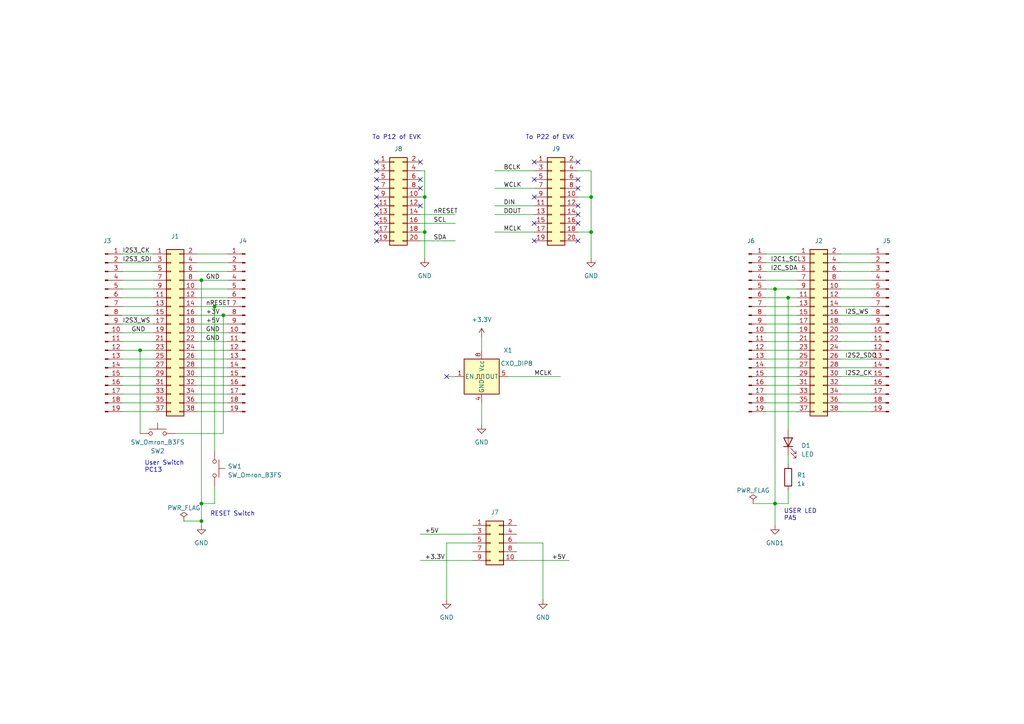
<source format=kicad_sch>
(kicad_sch (version 20230121) (generator eeschema)
  (paper "A4")
  (lib_symbols
    (symbol "Connector:Conn_01x19_Pin" (pin_names (offset 1.016) hide)
      (property "Reference" "J" (at 0 25.4 0))
      (property "Value" "Conn_01x19_Pin" (at 0 -25.4 0))
      (symbol "Conn_01x19_Pin_1_1"
        (polyline (pts (xy 1.27 -22.86) (xy 0.8636 -22.86)) (stroke (width 0.1524)))
        (polyline (pts (xy 1.27 -20.32) (xy 0.8636 -20.32)) (stroke (width 0.1524)))
        (polyline (pts (xy 1.27 -17.78) (xy 0.8636 -17.78)) (stroke (width 0.1524)))
        (polyline (pts (xy 1.27 -15.24) (xy 0.8636 -15.24)) (stroke (width 0.1524)))
        (polyline (pts (xy 1.27 -12.7) (xy 0.8636 -12.7)) (stroke (width 0.1524)))
        (polyline (pts (xy 1.27 -10.16) (xy 0.8636 -10.16)) (stroke (width 0.1524)))
        (polyline (pts (xy 1.27 -7.62) (xy 0.8636 -7.62)) (stroke (width 0.1524)))
        (polyline (pts (xy 1.27 -5.08) (xy 0.8636 -5.08)) (stroke (width 0.1524)))
        (polyline (pts (xy 1.27 -2.54) (xy 0.8636 -2.54)) (stroke (width 0.1524)))
        (polyline (pts (xy 1.27 0) (xy 0.8636 0)) (stroke (width 0.1524)))
        (polyline (pts (xy 1.27 2.54) (xy 0.8636 2.54)) (stroke (width 0.1524)))
        (polyline (pts (xy 1.27 5.08) (xy 0.8636 5.08)) (stroke (width 0.1524)))
        (polyline (pts (xy 1.27 7.62) (xy 0.8636 7.62)) (stroke (width 0.1524)))
        (polyline (pts (xy 1.27 10.16) (xy 0.8636 10.16)) (stroke (width 0.1524)))
        (polyline (pts (xy 1.27 12.7) (xy 0.8636 12.7)) (stroke (width 0.1524)))
        (polyline (pts (xy 1.27 15.24) (xy 0.8636 15.24)) (stroke (width 0.1524)))
        (polyline (pts (xy 1.27 17.78) (xy 0.8636 17.78)) (stroke (width 0.1524)))
        (polyline (pts (xy 1.27 20.32) (xy 0.8636 20.32)) (stroke (width 0.1524)))
        (polyline (pts (xy 1.27 22.86) (xy 0.8636 22.86)) (stroke (width 0.1524)))
        (rectangle (start 0.8636 -22.733) (end 0 -22.987) (stroke (width 0.1524)) (fill (type outline)))
        (rectangle (start 0.8636 -20.193) (end 0 -20.447) (stroke (width 0.1524)) (fill (type outline)))
        (rectangle (start 0.8636 -17.653) (end 0 -17.907) (stroke (width 0.1524)) (fill (type outline)))
        (rectangle (start 0.8636 -15.113) (end 0 -15.367) (stroke (width 0.1524)) (fill (type outline)))
        (rectangle (start 0.8636 -12.573) (end 0 -12.827) (stroke (width 0.1524)) (fill (type outline)))
        (rectangle (start 0.8636 -10.033) (end 0 -10.287) (stroke (width 0.1524)) (fill (type outline)))
        (rectangle (start 0.8636 -7.493) (end 0 -7.747) (stroke (width 0.1524)) (fill (type outline)))
        (rectangle (start 0.8636 -4.953) (end 0 -5.207) (stroke (width 0.1524)) (fill (type outline)))
        (rectangle (start 0.8636 -2.413) (end 0 -2.667) (stroke (width 0.1524)) (fill (type outline)))
        (rectangle (start 0.8636 0.127) (end 0 -0.127) (stroke (width 0.1524)) (fill (type outline)))
        (rectangle (start 0.8636 2.667) (end 0 2.413) (stroke (width 0.1524)) (fill (type outline)))
        (rectangle (start 0.8636 5.207) (end 0 4.953) (stroke (width 0.1524)) (fill (type outline)))
        (rectangle (start 0.8636 7.747) (end 0 7.493) (stroke (width 0.1524)) (fill (type outline)))
        (rectangle (start 0.8636 10.287) (end 0 10.033) (stroke (width 0.1524)) (fill (type outline)))
        (rectangle (start 0.8636 12.827) (end 0 12.573) (stroke (width 0.1524)) (fill (type outline)))
        (rectangle (start 0.8636 15.367) (end 0 15.113) (stroke (width 0.1524)) (fill (type outline)))
        (rectangle (start 0.8636 17.907) (end 0 17.653) (stroke (width 0.1524)) (fill (type outline)))
        (rectangle (start 0.8636 20.447) (end 0 20.193) (stroke (width 0.1524)) (fill (type outline)))
        (rectangle (start 0.8636 22.987) (end 0 22.733) (stroke (width 0.1524)) (fill (type outline)))
        (pin passive line (at 5.08 22.86 180) (length 3.81) (name "Pin_1") (number "1"))
        (pin passive line (at 5.08 0 180) (length 3.81) (name "Pin_10") (number "10"))
        (pin passive line (at 5.08 -2.54 180) (length 3.81) (name "Pin_11") (number "11"))
        (pin passive line (at 5.08 -5.08 180) (length 3.81) (name "Pin_12") (number "12"))
        (pin passive line (at 5.08 -7.62 180) (length 3.81) (name "Pin_13") (number "13"))
        (pin passive line (at 5.08 -10.16 180) (length 3.81) (name "Pin_14") (number "14"))
        (pin passive line (at 5.08 -12.7 180) (length 3.81) (name "Pin_15") (number "15"))
        (pin passive line (at 5.08 -15.24 180) (length 3.81) (name "Pin_16") (number "16"))
        (pin passive line (at 5.08 -17.78 180) (length 3.81) (name "Pin_17") (number "17"))
        (pin passive line (at 5.08 -20.32 180) (length 3.81) (name "Pin_18") (number "18"))
        (pin passive line (at 5.08 -22.86 180) (length 3.81) (name "Pin_19") (number "19"))
        (pin passive line (at 5.08 20.32 180) (length 3.81) (name "Pin_2") (number "2"))
        (pin passive line (at 5.08 17.78 180) (length 3.81) (name "Pin_3") (number "3"))
        (pin passive line (at 5.08 15.24 180) (length 3.81) (name "Pin_4") (number "4"))
        (pin passive line (at 5.08 12.7 180) (length 3.81) (name "Pin_5") (number "5"))
        (pin passive line (at 5.08 10.16 180) (length 3.81) (name "Pin_6") (number "6"))
        (pin passive line (at 5.08 7.62 180) (length 3.81) (name "Pin_7") (number "7"))
        (pin passive line (at 5.08 5.08 180) (length 3.81) (name "Pin_8") (number "8"))
        (pin passive line (at 5.08 2.54 180) (length 3.81) (name "Pin_9") (number "9"))
      )
    )
    (symbol "Connector_Generic:Conn_02x05_Odd_Even" (pin_names (offset 1.016) hide)
      (property "Reference" "J" (at 1.27 7.62 0))
      (property "Value" "Conn_02x05_Odd_Even" (at 1.27 -7.62 0))
      (symbol "Conn_02x05_Odd_Even_1_1"
        (rectangle (start -1.27 -4.953) (end 0 -5.207) (stroke (width 0.1524)))
        (rectangle (start -1.27 -2.413) (end 0 -2.667) (stroke (width 0.1524)))
        (rectangle (start -1.27 0.127) (end 0 -0.127) (stroke (width 0.1524)))
        (rectangle (start -1.27 2.667) (end 0 2.413) (stroke (width 0.1524)))
        (rectangle (start -1.27 5.207) (end 0 4.953) (stroke (width 0.1524)))
        (rectangle (start -1.27 6.35) (end 3.81 -6.35) (stroke (width 0.254)) (fill (type background)))
        (rectangle (start 3.81 -4.953) (end 2.54 -5.207) (stroke (width 0.1524)))
        (rectangle (start 3.81 -2.413) (end 2.54 -2.667) (stroke (width 0.1524)))
        (rectangle (start 3.81 0.127) (end 2.54 -0.127) (stroke (width 0.1524)))
        (rectangle (start 3.81 2.667) (end 2.54 2.413) (stroke (width 0.1524)))
        (rectangle (start 3.81 5.207) (end 2.54 4.953) (stroke (width 0.1524)))
        (pin passive line (at -5.08 5.08 0) (length 3.81) (name "Pin_1") (number "1"))
        (pin passive line (at 7.62 -5.08 180) (length 3.81) (name "Pin_10") (number "10"))
        (pin passive line (at 7.62 5.08 180) (length 3.81) (name "Pin_2") (number "2"))
        (pin passive line (at -5.08 2.54 0) (length 3.81) (name "Pin_3") (number "3"))
        (pin passive line (at 7.62 2.54 180) (length 3.81) (name "Pin_4") (number "4"))
        (pin passive line (at -5.08 0 0) (length 3.81) (name "Pin_5") (number "5"))
        (pin passive line (at 7.62 0 180) (length 3.81) (name "Pin_6") (number "6"))
        (pin passive line (at -5.08 -2.54 0) (length 3.81) (name "Pin_7") (number "7"))
        (pin passive line (at 7.62 -2.54 180) (length 3.81) (name "Pin_8") (number "8"))
        (pin passive line (at -5.08 -5.08 0) (length 3.81) (name "Pin_9") (number "9"))
      )
    )
    (symbol "Connector_Generic:Conn_02x10_Odd_Even" (pin_names (offset 1.016) hide)
      (property "Reference" "J" (at 1.27 12.7 0))
      (property "Value" "Conn_02x10_Odd_Even" (at 1.27 -15.24 0))
      (symbol "Conn_02x10_Odd_Even_1_1"
        (rectangle (start -1.27 -12.573) (end 0 -12.827) (stroke (width 0.1524)))
        (rectangle (start -1.27 -10.033) (end 0 -10.287) (stroke (width 0.1524)))
        (rectangle (start -1.27 -7.493) (end 0 -7.747) (stroke (width 0.1524)))
        (rectangle (start -1.27 -4.953) (end 0 -5.207) (stroke (width 0.1524)))
        (rectangle (start -1.27 -2.413) (end 0 -2.667) (stroke (width 0.1524)))
        (rectangle (start -1.27 0.127) (end 0 -0.127) (stroke (width 0.1524)))
        (rectangle (start -1.27 2.667) (end 0 2.413) (stroke (width 0.1524)))
        (rectangle (start -1.27 5.207) (end 0 4.953) (stroke (width 0.1524)))
        (rectangle (start -1.27 7.747) (end 0 7.493) (stroke (width 0.1524)))
        (rectangle (start -1.27 10.287) (end 0 10.033) (stroke (width 0.1524)))
        (rectangle (start -1.27 11.43) (end 3.81 -13.97) (stroke (width 0.254)) (fill (type background)))
        (rectangle (start 3.81 -12.573) (end 2.54 -12.827) (stroke (width 0.1524)))
        (rectangle (start 3.81 -10.033) (end 2.54 -10.287) (stroke (width 0.1524)))
        (rectangle (start 3.81 -7.493) (end 2.54 -7.747) (stroke (width 0.1524)))
        (rectangle (start 3.81 -4.953) (end 2.54 -5.207) (stroke (width 0.1524)))
        (rectangle (start 3.81 -2.413) (end 2.54 -2.667) (stroke (width 0.1524)))
        (rectangle (start 3.81 0.127) (end 2.54 -0.127) (stroke (width 0.1524)))
        (rectangle (start 3.81 2.667) (end 2.54 2.413) (stroke (width 0.1524)))
        (rectangle (start 3.81 5.207) (end 2.54 4.953) (stroke (width 0.1524)))
        (rectangle (start 3.81 7.747) (end 2.54 7.493) (stroke (width 0.1524)))
        (rectangle (start 3.81 10.287) (end 2.54 10.033) (stroke (width 0.1524)))
        (pin passive line (at -5.08 10.16 0) (length 3.81) (name "Pin_1") (number "1"))
        (pin passive line (at 7.62 0 180) (length 3.81) (name "Pin_10") (number "10"))
        (pin passive line (at -5.08 -2.54 0) (length 3.81) (name "Pin_11") (number "11"))
        (pin passive line (at 7.62 -2.54 180) (length 3.81) (name "Pin_12") (number "12"))
        (pin passive line (at -5.08 -5.08 0) (length 3.81) (name "Pin_13") (number "13"))
        (pin passive line (at 7.62 -5.08 180) (length 3.81) (name "Pin_14") (number "14"))
        (pin passive line (at -5.08 -7.62 0) (length 3.81) (name "Pin_15") (number "15"))
        (pin passive line (at 7.62 -7.62 180) (length 3.81) (name "Pin_16") (number "16"))
        (pin passive line (at -5.08 -10.16 0) (length 3.81) (name "Pin_17") (number "17"))
        (pin passive line (at 7.62 -10.16 180) (length 3.81) (name "Pin_18") (number "18"))
        (pin passive line (at -5.08 -12.7 0) (length 3.81) (name "Pin_19") (number "19"))
        (pin passive line (at 7.62 10.16 180) (length 3.81) (name "Pin_2") (number "2"))
        (pin passive line (at 7.62 -12.7 180) (length 3.81) (name "Pin_20") (number "20"))
        (pin passive line (at -5.08 7.62 0) (length 3.81) (name "Pin_3") (number "3"))
        (pin passive line (at 7.62 7.62 180) (length 3.81) (name "Pin_4") (number "4"))
        (pin passive line (at -5.08 5.08 0) (length 3.81) (name "Pin_5") (number "5"))
        (pin passive line (at 7.62 5.08 180) (length 3.81) (name "Pin_6") (number "6"))
        (pin passive line (at -5.08 2.54 0) (length 3.81) (name "Pin_7") (number "7"))
        (pin passive line (at 7.62 2.54 180) (length 3.81) (name "Pin_8") (number "8"))
        (pin passive line (at -5.08 0 0) (length 3.81) (name "Pin_9") (number "9"))
      )
    )
    (symbol "Connector_Generic:Conn_02x19_Odd_Even" (pin_names (offset 1.016) hide)
      (property "Reference" "J" (at 1.27 25.4 0))
      (property "Value" "Conn_02x19_Odd_Even" (at 1.27 -25.4 0))
      (symbol "Conn_02x19_Odd_Even_1_1"
        (rectangle (start -1.27 -22.733) (end 0 -22.987) (stroke (width 0.1524)))
        (rectangle (start -1.27 -20.193) (end 0 -20.447) (stroke (width 0.1524)))
        (rectangle (start -1.27 -17.653) (end 0 -17.907) (stroke (width 0.1524)))
        (rectangle (start -1.27 -15.113) (end 0 -15.367) (stroke (width 0.1524)))
        (rectangle (start -1.27 -12.573) (end 0 -12.827) (stroke (width 0.1524)))
        (rectangle (start -1.27 -10.033) (end 0 -10.287) (stroke (width 0.1524)))
        (rectangle (start -1.27 -7.493) (end 0 -7.747) (stroke (width 0.1524)))
        (rectangle (start -1.27 -4.953) (end 0 -5.207) (stroke (width 0.1524)))
        (rectangle (start -1.27 -2.413) (end 0 -2.667) (stroke (width 0.1524)))
        (rectangle (start -1.27 0.127) (end 0 -0.127) (stroke (width 0.1524)))
        (rectangle (start -1.27 2.667) (end 0 2.413) (stroke (width 0.1524)))
        (rectangle (start -1.27 5.207) (end 0 4.953) (stroke (width 0.1524)))
        (rectangle (start -1.27 7.747) (end 0 7.493) (stroke (width 0.1524)))
        (rectangle (start -1.27 10.287) (end 0 10.033) (stroke (width 0.1524)))
        (rectangle (start -1.27 12.827) (end 0 12.573) (stroke (width 0.1524)))
        (rectangle (start -1.27 15.367) (end 0 15.113) (stroke (width 0.1524)))
        (rectangle (start -1.27 17.907) (end 0 17.653) (stroke (width 0.1524)))
        (rectangle (start -1.27 20.447) (end 0 20.193) (stroke (width 0.1524)))
        (rectangle (start -1.27 22.987) (end 0 22.733) (stroke (width 0.1524)))
        (rectangle (start -1.27 24.13) (end 3.81 -24.13) (stroke (width 0.254)) (fill (type background)))
        (rectangle (start 3.81 -22.733) (end 2.54 -22.987) (stroke (width 0.1524)))
        (rectangle (start 3.81 -20.193) (end 2.54 -20.447) (stroke (width 0.1524)))
        (rectangle (start 3.81 -17.653) (end 2.54 -17.907) (stroke (width 0.1524)))
        (rectangle (start 3.81 -15.113) (end 2.54 -15.367) (stroke (width 0.1524)))
        (rectangle (start 3.81 -12.573) (end 2.54 -12.827) (stroke (width 0.1524)))
        (rectangle (start 3.81 -10.033) (end 2.54 -10.287) (stroke (width 0.1524)))
        (rectangle (start 3.81 -7.493) (end 2.54 -7.747) (stroke (width 0.1524)))
        (rectangle (start 3.81 -4.953) (end 2.54 -5.207) (stroke (width 0.1524)))
        (rectangle (start 3.81 -2.413) (end 2.54 -2.667) (stroke (width 0.1524)))
        (rectangle (start 3.81 0.127) (end 2.54 -0.127) (stroke (width 0.1524)))
        (rectangle (start 3.81 2.667) (end 2.54 2.413) (stroke (width 0.1524)))
        (rectangle (start 3.81 5.207) (end 2.54 4.953) (stroke (width 0.1524)))
        (rectangle (start 3.81 7.747) (end 2.54 7.493) (stroke (width 0.1524)))
        (rectangle (start 3.81 10.287) (end 2.54 10.033) (stroke (width 0.1524)))
        (rectangle (start 3.81 12.827) (end 2.54 12.573) (stroke (width 0.1524)))
        (rectangle (start 3.81 15.367) (end 2.54 15.113) (stroke (width 0.1524)))
        (rectangle (start 3.81 17.907) (end 2.54 17.653) (stroke (width 0.1524)))
        (rectangle (start 3.81 20.447) (end 2.54 20.193) (stroke (width 0.1524)))
        (rectangle (start 3.81 22.987) (end 2.54 22.733) (stroke (width 0.1524)))
        (pin passive line (at -5.08 22.86 0) (length 3.81) (name "Pin_1") (number "1"))
        (pin passive line (at 7.62 12.7 180) (length 3.81) (name "Pin_10") (number "10"))
        (pin passive line (at -5.08 10.16 0) (length 3.81) (name "Pin_11") (number "11"))
        (pin passive line (at 7.62 10.16 180) (length 3.81) (name "Pin_12") (number "12"))
        (pin passive line (at -5.08 7.62 0) (length 3.81) (name "Pin_13") (number "13"))
        (pin passive line (at 7.62 7.62 180) (length 3.81) (name "Pin_14") (number "14"))
        (pin passive line (at -5.08 5.08 0) (length 3.81) (name "Pin_15") (number "15"))
        (pin passive line (at 7.62 5.08 180) (length 3.81) (name "Pin_16") (number "16"))
        (pin passive line (at -5.08 2.54 0) (length 3.81) (name "Pin_17") (number "17"))
        (pin passive line (at 7.62 2.54 180) (length 3.81) (name "Pin_18") (number "18"))
        (pin passive line (at -5.08 0 0) (length 3.81) (name "Pin_19") (number "19"))
        (pin passive line (at 7.62 22.86 180) (length 3.81) (name "Pin_2") (number "2"))
        (pin passive line (at 7.62 0 180) (length 3.81) (name "Pin_20") (number "20"))
        (pin passive line (at -5.08 -2.54 0) (length 3.81) (name "Pin_21") (number "21"))
        (pin passive line (at 7.62 -2.54 180) (length 3.81) (name "Pin_22") (number "22"))
        (pin passive line (at -5.08 -5.08 0) (length 3.81) (name "Pin_23") (number "23"))
        (pin passive line (at 7.62 -5.08 180) (length 3.81) (name "Pin_24") (number "24"))
        (pin passive line (at -5.08 -7.62 0) (length 3.81) (name "Pin_25") (number "25"))
        (pin passive line (at 7.62 -7.62 180) (length 3.81) (name "Pin_26") (number "26"))
        (pin passive line (at -5.08 -10.16 0) (length 3.81) (name "Pin_27") (number "27"))
        (pin passive line (at 7.62 -10.16 180) (length 3.81) (name "Pin_28") (number "28"))
        (pin passive line (at -5.08 -12.7 0) (length 3.81) (name "Pin_29") (number "29"))
        (pin passive line (at -5.08 20.32 0) (length 3.81) (name "Pin_3") (number "3"))
        (pin passive line (at 7.62 -12.7 180) (length 3.81) (name "Pin_30") (number "30"))
        (pin passive line (at -5.08 -15.24 0) (length 3.81) (name "Pin_31") (number "31"))
        (pin passive line (at 7.62 -15.24 180) (length 3.81) (name "Pin_32") (number "32"))
        (pin passive line (at -5.08 -17.78 0) (length 3.81) (name "Pin_33") (number "33"))
        (pin passive line (at 7.62 -17.78 180) (length 3.81) (name "Pin_34") (number "34"))
        (pin passive line (at -5.08 -20.32 0) (length 3.81) (name "Pin_35") (number "35"))
        (pin passive line (at 7.62 -20.32 180) (length 3.81) (name "Pin_36") (number "36"))
        (pin passive line (at -5.08 -22.86 0) (length 3.81) (name "Pin_37") (number "37"))
        (pin passive line (at 7.62 -22.86 180) (length 3.81) (name "Pin_38") (number "38"))
        (pin passive line (at 7.62 20.32 180) (length 3.81) (name "Pin_4") (number "4"))
        (pin passive line (at -5.08 17.78 0) (length 3.81) (name "Pin_5") (number "5"))
        (pin passive line (at 7.62 17.78 180) (length 3.81) (name "Pin_6") (number "6"))
        (pin passive line (at -5.08 15.24 0) (length 3.81) (name "Pin_7") (number "7"))
        (pin passive line (at 7.62 15.24 180) (length 3.81) (name "Pin_8") (number "8"))
        (pin passive line (at -5.08 12.7 0) (length 3.81) (name "Pin_9") (number "9"))
      )
    )
    (symbol "Device:LED" (pin_numbers hide) (pin_names (offset 1.016) hide)
      (property "Reference" "D" (at 0 2.54 0))
      (property "Value" "LED" (at 0 -2.54 0))
      (symbol "LED_0_1"
        (polyline (pts (xy -1.27 -1.27) (xy -1.27 1.27)) (stroke (width 0.254)))
        (polyline (pts (xy -1.27 0) (xy 1.27 0)))
        (polyline (pts (xy 1.27 -1.27) (xy 1.27 1.27) (xy -1.27 0) (xy 1.27 -1.27)) (stroke (width 0.254)))
        (polyline (pts (xy -3.048 -0.762) (xy -4.572 -2.286) (xy -3.81 -2.286) (xy -4.572 -2.286) (xy -4.572 -1.524)))
        (polyline (pts (xy -1.778 -0.762) (xy -3.302 -2.286) (xy -2.54 -2.286) (xy -3.302 -2.286) (xy -3.302 -1.524)))
      )
      (symbol "LED_1_1"
        (pin passive line (at -3.81 0 0) (length 2.54) (name "K") (number "1"))
        (pin passive line (at 3.81 0 180) (length 2.54) (name "A") (number "2"))
      )
    )
    (symbol "Device:R" (pin_numbers hide) (pin_names (offset 0))
      (property "Reference" "R" (at 2.032 0 90))
      (property "Value" "R" (at 0 0 90))
      (symbol "R_0_1"
        (rectangle (start -1.016 -2.54) (end 1.016 2.54) (stroke (width 0.254)))
      )
      (symbol "R_1_1"
        (pin passive line (at 0 3.81 270) (length 1.27) (name "~") (number "1"))
        (pin passive line (at 0 -3.81 90) (length 1.27) (name "~") (number "2"))
      )
    )
    (symbol "Oscillator:CXO_DIP8" (pin_names (offset 0.254))
      (property "Reference" "X" (at -5.08 6.35 0))
      (property "Value" "CXO_DIP8" (at 1.27 -6.35 0))
      (symbol "CXO_DIP8_0_1"
        (rectangle (start -5.08 5.08) (end 5.08 -5.08) (stroke (width 0.254)) (fill (type background)))
        (polyline (pts (xy -1.905 -0.635) (xy -1.27 -0.635) (xy -1.27 0.635) (xy -0.635 0.635) (xy -0.635 -0.635) (xy 0 -0.635) (xy 0 0.635) (xy 0.635 0.635) (xy 0.635 -0.635)))
      )
      (symbol "CXO_DIP8_1_1"
        (pin input line (at -7.62 0 0) (length 2.54) (name "EN") (number "1"))
        (pin power_in line (at 0 -7.62 90) (length 2.54) (name "GND") (number "4"))
        (pin output line (at 7.62 0 180) (length 2.54) (name "OUT") (number "5"))
        (pin power_in line (at 0 7.62 270) (length 2.54) (name "Vcc") (number "8"))
      )
    )
    (symbol "Switch:SW_Omron_B3FS" (pin_numbers hide) (pin_names (offset 1.016) hide)
      (property "Reference" "SW" (at 1.27 2.54 0))
      (property "Value" "SW_Omron_B3FS" (at 0 -1.524 0))
      (symbol "SW_Omron_B3FS_0_1"
        (circle (center -2.032 0) (radius 0.508))
        (polyline (pts (xy 0 1.27) (xy 0 3.048)))
        (polyline (pts (xy 2.54 1.27) (xy -2.54 1.27)))
        (circle (center 2.032 0) (radius 0.508))
        (pin passive line (at -5.08 0 0) (length 2.54) (name "1") (number "1"))
        (pin passive line (at 5.08 0 180) (length 2.54) (name "2") (number "2"))
      )
    )
    (symbol "power:+3.3V" (power) (pin_names (offset 0))
      (property "Value" "+3.3V" (at 0 3.556 0))
      (symbol "+3.3V_0_1"
        (polyline (pts (xy -0.762 1.27) (xy 0 2.54)))
        (polyline (pts (xy 0 0) (xy 0 2.54)))
        (polyline (pts (xy 0 2.54) (xy 0.762 1.27)))
      )
      (symbol "+3.3V_1_1"
        (pin power_in line (at 0 0 90) (length 0) hide (name "+3.3V") (number "1"))
      )
    )
    (symbol "power:GND" (power) (pin_names (offset 0))
      (property "Value" "GND" (at 0 -3.81 0))
      (symbol "GND_0_1"
        (polyline (pts (xy 0 0) (xy 0 -1.27) (xy 1.27 -1.27) (xy 0 -2.54) (xy -1.27 -1.27) (xy 0 -1.27)))
      )
      (symbol "GND_1_1"
        (pin power_in line (at 0 0 270) (length 0) hide (name "GND") (number "1"))
      )
    )
    (symbol "power:GND1" (power) (pin_names (offset 0))
      (property "Value" "GND1" (at 0 -3.81 0))
      (symbol "GND1_0_1"
        (polyline (pts (xy 0 0) (xy 0 -1.27) (xy 1.27 -1.27) (xy 0 -2.54) (xy -1.27 -1.27) (xy 0 -1.27)))
      )
      (symbol "GND1_1_1"
        (pin power_in line (at 0 0 270) (length 0) hide (name "GND1") (number "1"))
      )
    )
    (symbol "power:PWR_FLAG" (power) (pin_numbers hide) (pin_names (offset 0) hide)
      (property "Value" "PWR_FLAG" (at 0 3.81 0))
      (symbol "PWR_FLAG_0_0"
        (pin power_out line (at 0 0 90) (length 0) (name "pwr") (number "1"))
      )
      (symbol "PWR_FLAG_0_1"
        (polyline (pts (xy 0 0) (xy 0 1.27) (xy -1.016 1.905) (xy 0 2.54) (xy 1.016 1.905) (xy 0 1.27)))
      )
    )
  )
  (junction (at 224.79 146.05))
  (junction (at 62.23 88.9))
  (junction (at 40.64 101.6))
  (junction (at 123.19 67.31))
  (junction (at 123.19 57.15))
  (junction (at 64.77 91.44))
  (junction (at 228.6 86.36))
  (junction (at 58.42 146.05))
  (junction (at 224.79 83.82))
  (junction (at 171.45 67.31))
  (junction (at 58.42 81.28))
  (junction (at 171.45 57.15))
  (junction (at 58.42 151.13))
  (no_connect (at 121.92 54.61))
  (no_connect (at 167.64 46.99))
  (no_connect (at 109.22 64.77))
  (no_connect (at 129.54 109.22))
  (no_connect (at 167.64 69.85))
  (no_connect (at 167.64 54.61))
  (no_connect (at 109.22 62.23))
  (no_connect (at 109.22 46.99))
  (no_connect (at 167.64 64.77))
  (no_connect (at 167.64 59.69))
  (no_connect (at 109.22 54.61))
  (no_connect (at 109.22 49.53))
  (no_connect (at 154.94 64.77))
  (no_connect (at 154.94 46.99))
  (no_connect (at 109.22 67.31))
  (no_connect (at 121.92 59.69))
  (no_connect (at 109.22 59.69))
  (no_connect (at 121.92 46.99))
  (no_connect (at 154.94 52.07))
  (no_connect (at 167.64 52.07))
  (no_connect (at 109.22 69.85))
  (no_connect (at 167.64 62.23))
  (no_connect (at 121.92 52.07))
  (no_connect (at 154.94 69.85))
  (no_connect (at 154.94 57.15))
  (no_connect (at 109.22 52.07))
  (no_connect (at 109.22 57.15))
  (wire (pts (xy 243.84 119.38) (xy 252.73 119.38)))
  (wire (pts (xy 149.86 162.56) (xy 165.1 162.56)))
  (wire (pts (xy 171.45 67.31) (xy 171.45 74.93)))
  (wire (pts (xy 35.56 101.6) (xy 40.64 101.6)))
  (wire (pts (xy 224.79 83.82) (xy 224.79 146.05)))
  (wire (pts (xy 57.15 111.76) (xy 66.04 111.76)))
  (wire (pts (xy 121.92 57.15) (xy 123.19 57.15)))
  (wire (pts (xy 167.64 57.15) (xy 171.45 57.15)))
  (wire (pts (xy 137.16 157.48) (xy 129.54 157.48)))
  (wire (pts (xy 222.25 116.84) (xy 231.14 116.84)))
  (wire (pts (xy 143.51 67.31) (xy 154.94 67.31)))
  (wire (pts (xy 222.25 114.3) (xy 231.14 114.3)))
  (wire (pts (xy 35.56 114.3) (xy 44.45 114.3)))
  (wire (pts (xy 58.42 146.05) (xy 62.23 146.05)))
  (wire (pts (xy 64.77 91.44) (xy 66.04 91.44)))
  (wire (pts (xy 57.15 76.2) (xy 66.04 76.2)))
  (wire (pts (xy 243.84 96.52) (xy 252.73 96.52)))
  (wire (pts (xy 243.84 106.68) (xy 252.73 106.68)))
  (wire (pts (xy 123.19 49.53) (xy 123.19 57.15)))
  (wire (pts (xy 35.56 96.52) (xy 44.45 96.52)))
  (wire (pts (xy 121.92 49.53) (xy 123.19 49.53)))
  (wire (pts (xy 157.48 157.48) (xy 157.48 173.99)))
  (wire (pts (xy 121.92 67.31) (xy 123.19 67.31)))
  (wire (pts (xy 143.51 59.69) (xy 154.94 59.69)))
  (wire (pts (xy 58.42 146.05) (xy 58.42 151.13)))
  (wire (pts (xy 57.15 86.36) (xy 66.04 86.36)))
  (wire (pts (xy 57.15 93.98) (xy 66.04 93.98)))
  (wire (pts (xy 53.34 151.13) (xy 58.42 151.13)))
  (wire (pts (xy 35.56 78.74) (xy 44.45 78.74)))
  (wire (pts (xy 57.15 106.68) (xy 66.04 106.68)))
  (wire (pts (xy 129.54 157.48) (xy 129.54 173.99)))
  (wire (pts (xy 57.15 99.06) (xy 66.04 99.06)))
  (wire (pts (xy 35.56 73.66) (xy 44.45 73.66)))
  (wire (pts (xy 121.92 154.94) (xy 137.16 154.94)))
  (wire (pts (xy 35.56 106.68) (xy 44.45 106.68)))
  (wire (pts (xy 57.15 116.84) (xy 66.04 116.84)))
  (wire (pts (xy 222.25 91.44) (xy 231.14 91.44)))
  (wire (pts (xy 57.15 78.74) (xy 66.04 78.74)))
  (wire (pts (xy 243.84 76.2) (xy 252.73 76.2)))
  (wire (pts (xy 35.56 104.14) (xy 44.45 104.14)))
  (wire (pts (xy 143.51 49.53) (xy 154.94 49.53)))
  (wire (pts (xy 57.15 96.52) (xy 66.04 96.52)))
  (wire (pts (xy 222.25 101.6) (xy 231.14 101.6)))
  (wire (pts (xy 222.25 111.76) (xy 231.14 111.76)))
  (wire (pts (xy 224.79 146.05) (xy 224.79 152.4)))
  (wire (pts (xy 243.84 88.9) (xy 252.73 88.9)))
  (wire (pts (xy 35.56 99.06) (xy 44.45 99.06)))
  (wire (pts (xy 222.25 99.06) (xy 231.14 99.06)))
  (wire (pts (xy 58.42 81.28) (xy 66.04 81.28)))
  (wire (pts (xy 121.92 69.85) (xy 132.08 69.85)))
  (wire (pts (xy 228.6 132.08) (xy 228.6 134.62)))
  (wire (pts (xy 222.25 73.66) (xy 231.14 73.66)))
  (wire (pts (xy 35.56 83.82) (xy 44.45 83.82)))
  (wire (pts (xy 143.51 62.23) (xy 154.94 62.23)))
  (wire (pts (xy 224.79 83.82) (xy 231.14 83.82)))
  (wire (pts (xy 243.84 86.36) (xy 252.73 86.36)))
  (wire (pts (xy 222.25 78.74) (xy 231.14 78.74)))
  (wire (pts (xy 243.84 99.06) (xy 252.73 99.06)))
  (wire (pts (xy 57.15 119.38) (xy 66.04 119.38)))
  (wire (pts (xy 149.86 157.48) (xy 157.48 157.48)))
  (wire (pts (xy 35.56 119.38) (xy 44.45 119.38)))
  (wire (pts (xy 243.84 104.14) (xy 252.73 104.14)))
  (wire (pts (xy 243.84 114.3) (xy 252.73 114.3)))
  (wire (pts (xy 57.15 88.9) (xy 62.23 88.9)))
  (wire (pts (xy 58.42 151.13) (xy 58.42 152.4)))
  (wire (pts (xy 243.84 111.76) (xy 252.73 111.76)))
  (wire (pts (xy 243.84 93.98) (xy 252.73 93.98)))
  (wire (pts (xy 129.54 109.22) (xy 132.08 109.22)))
  (wire (pts (xy 35.56 88.9) (xy 44.45 88.9)))
  (wire (pts (xy 243.84 101.6) (xy 252.73 101.6)))
  (wire (pts (xy 35.56 91.44) (xy 44.45 91.44)))
  (wire (pts (xy 121.92 62.23) (xy 132.08 62.23)))
  (wire (pts (xy 147.32 109.22) (xy 162.56 109.22)))
  (wire (pts (xy 121.92 64.77) (xy 132.08 64.77)))
  (wire (pts (xy 228.6 86.36) (xy 228.6 124.46)))
  (wire (pts (xy 167.64 49.53) (xy 171.45 49.53)))
  (wire (pts (xy 57.15 104.14) (xy 66.04 104.14)))
  (wire (pts (xy 139.7 116.84) (xy 139.7 123.19)))
  (wire (pts (xy 222.25 83.82) (xy 224.79 83.82)))
  (wire (pts (xy 224.79 146.05) (xy 228.6 146.05)))
  (wire (pts (xy 222.25 76.2) (xy 231.14 76.2)))
  (wire (pts (xy 62.23 140.97) (xy 62.23 146.05)))
  (wire (pts (xy 50.8 125.73) (xy 64.77 125.73)))
  (wire (pts (xy 228.6 86.36) (xy 231.14 86.36)))
  (wire (pts (xy 222.25 86.36) (xy 228.6 86.36)))
  (wire (pts (xy 123.19 57.15) (xy 123.19 67.31)))
  (wire (pts (xy 139.7 97.79) (xy 139.7 101.6)))
  (wire (pts (xy 222.25 106.68) (xy 231.14 106.68)))
  (wire (pts (xy 35.56 93.98) (xy 44.45 93.98)))
  (wire (pts (xy 57.15 81.28) (xy 58.42 81.28)))
  (wire (pts (xy 243.84 78.74) (xy 252.73 78.74)))
  (wire (pts (xy 121.92 162.56) (xy 137.16 162.56)))
  (wire (pts (xy 243.84 83.82) (xy 252.73 83.82)))
  (wire (pts (xy 57.15 83.82) (xy 66.04 83.82)))
  (wire (pts (xy 222.25 104.14) (xy 231.14 104.14)))
  (wire (pts (xy 35.56 81.28) (xy 44.45 81.28)))
  (wire (pts (xy 222.25 81.28) (xy 231.14 81.28)))
  (wire (pts (xy 62.23 88.9) (xy 62.23 130.81)))
  (wire (pts (xy 35.56 109.22) (xy 44.45 109.22)))
  (wire (pts (xy 222.25 109.22) (xy 231.14 109.22)))
  (wire (pts (xy 228.6 142.24) (xy 228.6 146.05)))
  (wire (pts (xy 243.84 73.66) (xy 252.73 73.66)))
  (wire (pts (xy 57.15 114.3) (xy 66.04 114.3)))
  (wire (pts (xy 243.84 91.44) (xy 252.73 91.44)))
  (wire (pts (xy 218.44 146.05) (xy 224.79 146.05)))
  (wire (pts (xy 40.64 101.6) (xy 40.64 125.73)))
  (wire (pts (xy 35.56 116.84) (xy 44.45 116.84)))
  (wire (pts (xy 62.23 88.9) (xy 66.04 88.9)))
  (wire (pts (xy 57.15 73.66) (xy 66.04 73.66)))
  (wire (pts (xy 243.84 109.22) (xy 252.73 109.22)))
  (wire (pts (xy 222.25 96.52) (xy 231.14 96.52)))
  (wire (pts (xy 40.64 101.6) (xy 44.45 101.6)))
  (wire (pts (xy 143.51 54.61) (xy 154.94 54.61)))
  (wire (pts (xy 243.84 81.28) (xy 252.73 81.28)))
  (wire (pts (xy 57.15 109.22) (xy 66.04 109.22)))
  (wire (pts (xy 243.84 116.84) (xy 252.73 116.84)))
  (wire (pts (xy 35.56 86.36) (xy 44.45 86.36)))
  (wire (pts (xy 167.64 67.31) (xy 171.45 67.31)))
  (wire (pts (xy 35.56 111.76) (xy 44.45 111.76)))
  (wire (pts (xy 64.77 91.44) (xy 64.77 125.73)))
  (wire (pts (xy 171.45 49.53) (xy 171.45 57.15)))
  (wire (pts (xy 57.15 91.44) (xy 64.77 91.44)))
  (wire (pts (xy 222.25 119.38) (xy 231.14 119.38)))
  (wire (pts (xy 58.42 81.28) (xy 58.42 146.05)))
  (wire (pts (xy 222.25 93.98) (xy 231.14 93.98)))
  (wire (pts (xy 57.15 101.6) (xy 66.04 101.6)))
  (wire (pts (xy 171.45 57.15) (xy 171.45 67.31)))
  (wire (pts (xy 222.25 88.9) (xy 231.14 88.9)))
  (wire (pts (xy 35.56 76.2) (xy 44.45 76.2)))
  (wire (pts (xy 123.19 67.31) (xy 123.19 74.93)))
  (text "RESET Switch" (at 60.96 149.86 0) (effects (font (size 1.27 1.27)) (justify left bottom)))
  (text "USER LED\nPA5" (at 227.33 151.13 0) (effects (font (size 1.27 1.27)) (justify left bottom)))
  (text "User Switch\nPC13" (at 41.91 137.16 0) (effects (font (size 1.27 1.27)) (justify left bottom)))
  (text "To P12 of EVK" (at 107.95 40.64 0) (effects (font (size 1.27 1.27)) (justify left bottom)))
  (text "To P22 of EVK" (at 152.4 40.64 0) (effects (font (size 1.27 1.27)) (justify left bottom)))
  (label "MCLK" (at 154.94 109.22 0))
  (label "MCLK" (at 146.05 67.31 0))
  (label "SCL" (at 125.73 64.77 0))
  (label "nRESET" (at 59.69 88.9 0))
  (label "GND" (at 59.69 99.06 0))
  (label "I2S3_WS" (at 35.56 93.98 0))
  (label "I2C_SDA" (at 223.52 78.74 0))
  (label "+5V" (at 59.69 93.98 0))
  (label "DIN" (at 146.05 59.69 0))
  (label "+3.3V" (at 123.19 162.56 0))
  (label "DOUT" (at 146.05 62.23 0))
  (label "I2S3_SDI" (at 35.56 76.2 0))
  (label "I2S_WS" (at 245.11 91.44 0))
  (label "+3V" (at 59.69 91.44 0))
  (label "GND" (at 59.69 96.52 0))
  (label "I2S2_CK" (at 245.11 109.22 0))
  (label "I2C1_SCL" (at 223.52 76.2 0))
  (label "+5V" (at 123.19 154.94 0))
  (label "nRESET" (at 125.73 62.23 0))
  (label "SDA" (at 125.73 69.85 0))
  (label "WCLK" (at 146.05 54.61 0))
  (label "BCLK" (at 146.05 49.53 0))
  (label "I2S3_CK" (at 35.56 73.66 0))
  (label "+5V" (at 160.02 162.56 0))
  (label "I2S2_SDO" (at 245.11 104.14 0))
  (label "GND" (at 38.1 96.52 0))
  (label "GND" (at 59.69 81.28 0))
  (symbol (lib_id "power:PWR_FLAG") (at 218.44 146.05 0) (unit 1)
    (property "Reference" "#FLG02" (effects hide))
    (property "Value" "PWR_FLAG" (at 218.44 142.24 0))
  )
  (symbol (lib_id "Connector_Generic:Conn_02x19_Odd_Even") (at 236.22 96.52 0) (unit 1)
    (property "Reference" "J2" (at 237.49 69.85 0))
    (property "Value" "Conn_02x19_Odd_Even" (effects hide))
    (property "Footprint" "Connector_PinSocket_2.54mm:PinSocket_2x19_P2.54mm_Vertical" (effects hide))
  )
  (symbol (lib_id "power:GND") (at 157.48 173.99 0) (unit 1)
    (property "Reference" "#PWR03" (effects hide))
    (property "Value" "GND" (at 157.48 179.07 0))
  )
  (symbol (lib_id "Connector_Generic:Conn_02x10_Odd_Even") (at 114.3 57.15 0) (unit 1)
    (property "Reference" "J8" (at 115.57 43.18 0))
    (property "Value" "Conn_02x10_Odd_Even" (effects hide))
  )
  (symbol (lib_id "power:GND1") (at 224.79 152.4 0) (unit 1)
    (property "Reference" "#PWR02" (effects hide))
    (property "Value" "GND1" (at 224.79 157.48 0))
  )
  (symbol (lib_id "power:GND") (at 139.7 123.19 0) (unit 1)
    (property "Reference" "#PWR08" (effects hide))
    (property "Value" "GND" (at 139.7 128.27 0))
  )
  (symbol (lib_id "power:GND") (at 171.45 74.93 0) (unit 1)
    (property "Reference" "#PWR06" (effects hide))
    (property "Value" "GND" (at 171.45 80.01 0))
  )
  (symbol (lib_id "Connector:Conn_01x19_Pin") (at 71.12 96.52 0) (mirror y) (unit 1)
    (property "Reference" "J4" (at 70.485 69.85 0))
    (property "Value" "Conn_01x19_Pin" (effects hide))
    (property "Footprint" "Connector_PinHeader_2.54mm:PinHeader_1x19_P2.54mm_Vertical" (effects hide))
  )
  (symbol (lib_id "Switch:SW_Omron_B3FS") (at 45.72 125.73 0) (unit 1)
    (property "Reference" "SW2" (at 45.72 130.81 0))
    (property "Value" "SW_Omron_B3FS" (at 45.72 128.27 0))
    (property "Footprint" "Button_Switch_THT:SW_PUSH_6mm" (effects hide))
    (property "Datasheet" "https://omronfs.omron.com/en_US/ecb/products/pdf/en-b3fs.pdf" (effects hide))
  )
  (symbol (lib_id "Oscillator:CXO_DIP8") (at 139.7 109.22 0) (unit 1)
    (property "Reference" "X1" (at 147.32 101.6 0))
    (property "Value" "CXO_DIP8" (at 149.86 105.41 0))
    (property "Footprint" "Oscillator:Oscillator_DIP-8" (effects hide))
    (property "Datasheet" "http://cdn-reichelt.de/documents/datenblatt/B400/OSZI.pdf" (effects hide))
  )
  (symbol (lib_id "Switch:SW_Omron_B3FS") (at 62.23 135.89 270) (unit 1)
    (property "Reference" "SW1" (at 66.04 135.255 90) (effects (justify left)))
    (property "Value" "SW_Omron_B3FS" (at 66.04 137.795 90) (effects (justify left)))
    (property "Footprint" "Button_Switch_THT:SW_PUSH_6mm" (effects hide))
    (property "Datasheet" "https://omronfs.omron.com/en_US/ecb/products/pdf/en-b3fs.pdf" (effects hide))
  )
  (symbol (lib_id "power:PWR_FLAG") (at 53.34 151.13 0) (unit 1)
    (property "Reference" "#FLG01" (effects hide))
    (property "Value" "PWR_FLAG" (at 53.34 147.32 0))
  )
  (symbol (lib_id "power:+3.3V") (at 139.7 97.79 0) (unit 1)
    (property "Reference" "#PWR07" (effects hide))
    (property "Value" "+3.3V" (at 139.7 92.71 0))
  )
  (symbol (lib_id "Device:LED") (at 228.6 128.27 90) (unit 1)
    (property "Reference" "D1" (at 232.41 129.2225 90) (effects (justify right)))
    (property "Value" "LED" (at 232.41 131.7625 90) (effects (justify right)))
    (property "Footprint" "LED_THT:LED_D3.0mm" (effects hide))
  )
  (symbol (lib_id "power:GND") (at 129.54 173.99 0) (unit 1)
    (property "Reference" "#PWR04" (effects hide))
    (property "Value" "GND" (at 129.54 179.07 0))
  )
  (symbol (lib_id "Connector_Generic:Conn_02x05_Odd_Even") (at 142.24 157.48 0) (unit 1)
    (property "Reference" "J7" (at 143.51 148.59 0))
    (property "Value" "Conn_02x05_Odd_Even" (effects hide))
  )
  (symbol (lib_id "Device:R") (at 228.6 138.43 0) (unit 1)
    (property "Reference" "R1" (at 231.14 137.795 0) (effects (justify left)))
    (property "Value" "1k" (at 231.14 140.335 0) (effects (justify left)))
    (property "Footprint" "Resistor_THT:R_Axial_DIN0207_L6.3mm_D2.5mm_P10.16mm_Horizontal" (effects hide))
  )
  (symbol (lib_id "power:GND") (at 123.19 74.93 0) (unit 1)
    (property "Reference" "#PWR05" (effects hide))
    (property "Value" "GND" (at 123.19 80.01 0))
  )
  (symbol (lib_id "Connector:Conn_01x19_Pin") (at 217.17 96.52 0) (unit 1)
    (property "Reference" "J6" (at 217.805 69.85 0))
    (property "Value" "Conn_01x19_Pin" (effects hide))
    (property "Footprint" "Connector_PinHeader_2.54mm:PinHeader_1x19_P2.54mm_Vertical" (effects hide))
  )
  (symbol (lib_id "Connector:Conn_01x19_Pin") (at 257.81 96.52 0) (mirror y) (unit 1)
    (property "Reference" "J5" (at 257.175 69.85 0))
    (property "Value" "Conn_01x19_Pin" (effects hide))
    (property "Footprint" "Connector_PinHeader_2.54mm:PinHeader_1x19_P2.54mm_Vertical" (effects hide))
  )
  (symbol (lib_id "Connector_Generic:Conn_02x10_Odd_Even") (at 160.02 57.15 0) (unit 1)
    (property "Reference" "J9" (at 161.29 43.18 0))
    (property "Value" "Conn_02x10_Odd_Even" (effects hide))
  )
  (symbol (lib_id "power:GND") (at 58.42 152.4 0) (unit 1)
    (property "Reference" "#PWR01" (effects hide))
    (property "Value" "GND" (at 58.42 157.48 0))
  )
  (symbol (lib_id "Connector:Conn_01x19_Pin") (at 30.48 96.52 0) (unit 1)
    (property "Reference" "J3" (at 31.115 69.85 0))
    (property "Value" "Conn_01x19_Pin" (effects hide))
    (property "Footprint" "Connector_PinHeader_2.54mm:PinHeader_1x19_P2.54mm_Vertical" (effects hide))
  )
  (symbol (lib_id "Connector_Generic:Conn_02x19_Odd_Even") (at 49.53 96.52 0) (unit 1)
    (property "Reference" "J1" (at 50.8 68.58 0))
    (property "Value" "Conn_02x19_Odd_Even" (effects hide))
    (property "Footprint" "Connector_PinSocket_2.54mm:PinSocket_2x19_P2.54mm_Vertical" (effects hide))
  )
)
</source>
